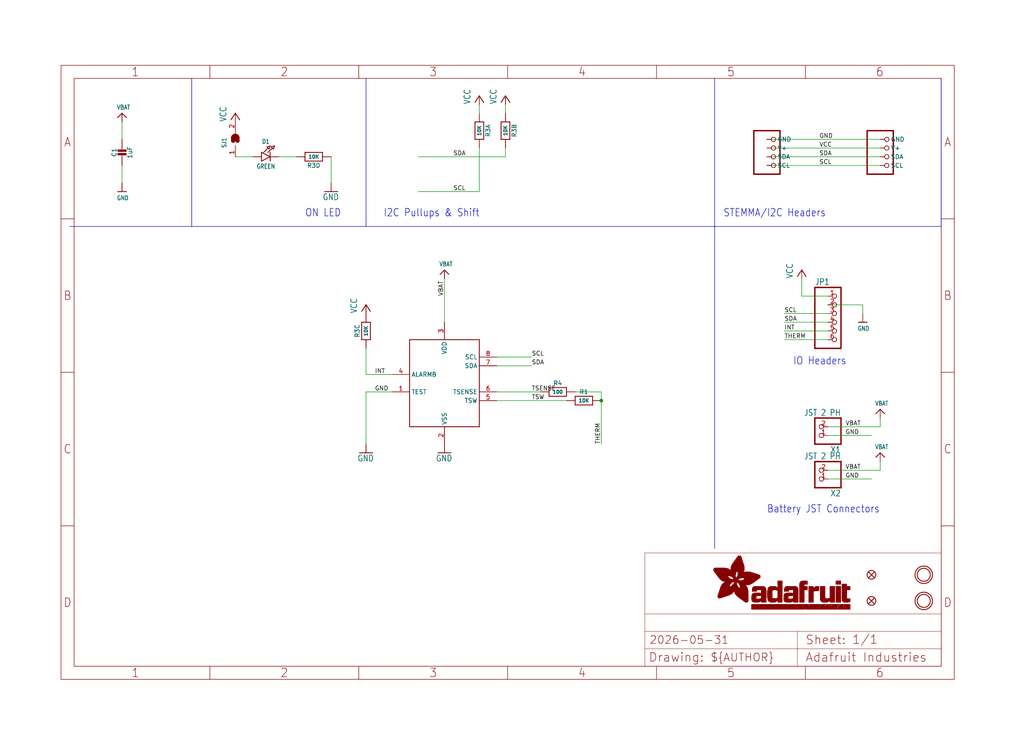
<source format=kicad_sch>
(kicad_sch (version 20230121) (generator eeschema)
  (paper "User" 298.45 217.322)
  (lib_symbols
    (symbol "working-eagle-import:CAP_CERAMIC0603_NO"
      (property "Reference" "C" (at -2.29 1.25 90))
      (symbol "CAP_CERAMIC0603_NO_1_0"
        (pin passive line (at 0 5.08 270) (length 2.54) (name "1") (number "1"))
        (pin passive line (at 0 -2.54 90) (length 2.54) (name "2") (number "2"))
      )
    )
    (symbol "working-eagle-import:CON_JST_PH_2PIN_BATT"
      (property "Reference" "X" (at -6.35 5.715 0))
      (symbol "CON_JST_PH_2PIN_BATT_1_0"
        (pin passive inverted (at -2.54 2.54 0) (length 2.54) (name "1") (number "1"))
        (pin passive inverted (at -2.54 0 0) (length 2.54) (name "2") (number "2"))
      )
    )
    (symbol "working-eagle-import:FIDUCIAL_1MM")
    (symbol "working-eagle-import:FRAME_A4_ADAFRUIT"
      (symbol "FRAME_A4_ADAFRUIT_1_0"
        (text "${#}/${##}" (at 230.505 10.16 0) (effects (font (size 2.54 2.54)) (justify left bottom)))
        (text "${AUTHOR}" (at 189.23 5.08 0) (effects (font (size 2.286 2.286)) (justify left bottom)))
        (text "${CURRENT_DATE}" (at 171.45 10.16 0) (effects (font (size 2.286 2.286)) (justify left bottom)))
        (text "${PROJECTNAME}" (at 171.45 15.24 0) (effects (font (size 2.54 2.54)) (justify left bottom)))
        (text "1" (at 21.6958 1.905 0) (effects (font (size 2.54 2.286))))
        (text "1" (at 21.6958 177.165 0) (effects (font (size 2.54 2.286))))
        (text "2" (at 65.0875 1.905 0) (effects (font (size 2.54 2.286))))
        (text "2" (at 65.0875 177.165 0) (effects (font (size 2.54 2.286))))
        (text "3" (at 108.4792 1.905 0) (effects (font (size 2.54 2.286))))
        (text "3" (at 108.4792 177.165 0) (effects (font (size 2.54 2.286))))
        (text "4" (at 151.8708 1.905 0) (effects (font (size 2.54 2.286))))
        (text "4" (at 151.8708 177.165 0) (effects (font (size 2.54 2.286))))
        (text "5" (at 195.2625 1.905 0) (effects (font (size 2.54 2.286))))
        (text "5" (at 195.2625 177.165 0) (effects (font (size 2.54 2.286))))
        (text "6" (at 238.6542 1.905 0) (effects (font (size 2.54 2.286))))
        (text "6" (at 238.6542 177.165 0) (effects (font (size 2.54 2.286))))
        (text "A" (at 1.905 156.6863 0) (effects (font (size 2.54 2.286))))
        (text "A" (at 258.445 156.6863 0) (effects (font (size 2.54 2.286))))
        (text "Adafruit Industries" (at 216.916 4.953 0) (effects (font (size 2.54 2.54)) (justify left bottom)))
        (text "B" (at 1.905 111.9188 0) (effects (font (size 2.54 2.286))))
        (text "B" (at 258.445 111.9188 0) (effects (font (size 2.54 2.286))))
        (text "C" (at 1.905 67.1513 0) (effects (font (size 2.54 2.286))))
        (text "C" (at 258.445 67.1513 0) (effects (font (size 2.54 2.286))))
        (text "D" (at 1.905 22.3838 0) (effects (font (size 2.54 2.286))))
        (text "D" (at 258.445 22.3838 0) (effects (font (size 2.54 2.286))))
        (text "Drawing:" (at 171.196 4.953 0) (effects (font (size 2.54 2.54)) (justify left bottom)))
        (text "Sheet:" (at 216.916 10.033 0) (effects (font (size 2.54 2.54)) (justify left bottom)))
      )
    )
    (symbol "working-eagle-import:GND" (power)
      (property "Value" "GND" (at -1.524 -2.54 0))
      (symbol "GND_1_0"
        (pin power_in line (at 0 2.54 270) (length 2.54) (name "GND") (number "1"))
      )
    )
    (symbol "working-eagle-import:HEADER-1X670MIL"
      (property "Reference" "JP" (at -6.35 10.795 0))
      (symbol "HEADER-1X670MIL_1_0"
        (pin passive inverted (at -2.54 7.62 0) (length 2.54) (name "1") (number "1"))
        (pin passive inverted (at -2.54 5.08 0) (length 2.54) (name "2") (number "2"))
        (pin passive inverted (at -2.54 2.54 0) (length 2.54) (name "3") (number "3"))
        (pin passive inverted (at -2.54 0 0) (length 2.54) (name "4") (number "4"))
        (pin passive inverted (at -2.54 -2.54 0) (length 2.54) (name "5") (number "5"))
        (pin passive inverted (at -2.54 -5.08 0) (length 2.54) (name "6") (number "6"))
      )
    )
    (symbol "working-eagle-import:LC709203F"
      (symbol "LC709203F_1_0"
        (pin bidirectional line (at -15.24 -5.08 0) (length 5.08) (name "TEST") (number "1"))
        (pin power_in line (at 0 -20.32 90) (length 5.08) (name "VSS") (number "2"))
        (pin power_in line (at 0 15.24 270) (length 5.08) (name "VDD") (number "3"))
        (pin output line (at -15.24 0 0) (length 5.08) (name "ALARMB") (number "4"))
        (pin input line (at 15.24 -7.62 180) (length 5.08) (name "TSW") (number "5"))
        (pin power_in line (at 15.24 -5.08 180) (length 5.08) (name "TSENSE") (number "6"))
        (pin bidirectional line (at 15.24 2.54 180) (length 5.08) (name "SDA") (number "7"))
        (pin bidirectional line (at 15.24 5.08 180) (length 5.08) (name "SCL") (number "8"))
      )
    )
    (symbol "working-eagle-import:LED0603_NOOUTLINE"
      (property "Reference" "D" (at -1.27 4.445 0))
      (symbol "LED0603_NOOUTLINE_1_0"
        (pin passive line (at -5.08 0 0) (length 2.54) (name "A") (number "A"))
        (pin passive line (at 2.54 0 180) (length 2.54) (name "C") (number "C"))
      )
    )
    (symbol "working-eagle-import:MOUNTINGHOLE2.5")
    (symbol "working-eagle-import:RESISTOR_0603_NOOUT"
      (property "Reference" "R" (at 0 2.54 0))
      (symbol "RESISTOR_0603_NOOUT_1_0"
        (pin passive line (at -5.08 0 0) (length 2.54) (name "1") (number "1"))
        (pin passive line (at 5.08 0 180) (length 2.54) (name "2") (number "2"))
      )
    )
    (symbol "working-eagle-import:RESISTOR_4PACK"
      (property "Reference" "R" (at 0 2.54 0))
      (symbol "RESISTOR_4PACK_1_0"
        (pin passive line (at -5.08 0 0) (length 2.54) (name "1") (number "1"))
        (pin passive line (at 5.08 0 180) (length 2.54) (name "2") (number "8"))
      )
      (symbol "RESISTOR_4PACK_2_0"
        (pin passive line (at -5.08 0 0) (length 2.54) (name "1") (number "2"))
        (pin passive line (at 5.08 0 180) (length 2.54) (name "2") (number "7"))
      )
      (symbol "RESISTOR_4PACK_3_0"
        (pin passive line (at -5.08 0 0) (length 2.54) (name "1") (number "3"))
        (pin passive line (at 5.08 0 180) (length 2.54) (name "2") (number "6"))
      )
      (symbol "RESISTOR_4PACK_4_0"
        (pin passive line (at -5.08 0 0) (length 2.54) (name "1") (number "4"))
        (pin passive line (at 5.08 0 180) (length 2.54) (name "2") (number "5"))
      )
    )
    (symbol "working-eagle-import:SOLDERJUMPERCLOSED"
      (property "Reference" "SJ" (at -2.54 2.54 0))
      (symbol "SOLDERJUMPERCLOSED_1_0"
        (pin passive line (at -5.08 0 0) (length 2.54) (name "1") (number "1"))
        (pin passive line (at 5.08 0 180) (length 2.54) (name "2") (number "2"))
      )
    )
    (symbol "working-eagle-import:STEMMA_I2C_QT"
      (symbol "STEMMA_I2C_QT_1_0"
        (pin passive inverted (at 0 5.08 0) (length 2.54) (name "GND") (number "1"))
        (pin passive inverted (at 0 2.54 0) (length 2.54) (name "V+") (number "2"))
        (pin passive inverted (at 0 0 0) (length 2.54) (name "SDA") (number "3"))
        (pin passive inverted (at 0 -2.54 0) (length 2.54) (name "SCL") (number "4"))
      )
      (symbol "STEMMA_I2C_QT_2_0"
        (pin bidirectional line (at 0 0 0) (length 5.08) (name "MT") (number "MT1"))
      )
      (symbol "STEMMA_I2C_QT_3_0"
        (pin bidirectional line (at 0 0 0) (length 5.08) (name "MT") (number "MT2"))
      )
    )
    (symbol "working-eagle-import:VBAT" (power)
      (property "Value" "VBAT" (at -1.524 1.016 0))
      (symbol "VBAT_1_0"
        (pin power_in line (at 0 -2.54 90) (length 2.54) (name "VBAT") (number "1"))
      )
    )
    (symbol "working-eagle-import:VCC" (power)
      (property "Value" "VCC" (at -2.54 -2.54 90))
      (symbol "VCC_1_0"
        (pin power_in line (at 0 -2.54 90) (length 2.54) (name "VCC") (number "1"))
      )
    )
    (symbol "working-eagle-import:supply1_GND" (power)
      (property "Value" "supply1_GND" (at -2.54 -2.54 0))
      (symbol "supply1_GND_1_0"
        (pin power_in line (at 0 2.54 270) (length 2.54) (name "GND") (number "1"))
      )
    )
  )
  (junction (at 175.26 116.84))
  (wire (pts (xy 241.3 137.16) (xy 256.54 137.16)) (stroke (width 0.1524)))
  (wire (pts (xy 256.54 45.72) (xy 223.52 45.72)) (stroke (width 0.1524)))
  (wire (pts (xy 241.3 124.46) (xy 256.54 124.46)) (stroke (width 0.1524)))
  (wire (pts (xy 223.52 48.26) (xy 256.54 48.26)) (stroke (width 0.1524)))
  (polyline (pts (xy 20.32 66.04) (xy 55.88 66.04)) (stroke (width 0.1524) (type solid)))
  (polyline (pts (xy 55.88 22.86) (xy 55.88 66.04)) (stroke (width 0.1524) (type solid)))
  (wire (pts (xy 147.32 45.72) (xy 121.92 45.72)) (stroke (width 0.1524)))
  (wire (pts (xy 241.3 96.52) (xy 228.6 96.52)) (stroke (width 0.1524)))
  (polyline (pts (xy 208.28 22.86) (xy 208.28 66.04)) (stroke (width 0.1524) (type solid)))
  (wire (pts (xy 106.68 114.3) (xy 106.68 129.54)) (stroke (width 0.1524)))
  (wire (pts (xy 35.56 35.56) (xy 35.56 40.64)) (stroke (width 0.1524)))
  (wire (pts (xy 256.54 137.16) (xy 256.54 134.62)) (stroke (width 0.1524)))
  (wire (pts (xy 251.46 88.9) (xy 251.46 91.44)) (stroke (width 0.1524)))
  (wire (pts (xy 241.3 139.7) (xy 254 139.7)) (stroke (width 0.1524)))
  (wire (pts (xy 175.26 116.84) (xy 175.26 129.54)) (stroke (width 0.1524)))
  (wire (pts (xy 96.52 45.72) (xy 96.52 53.34)) (stroke (width 0.1524)))
  (wire (pts (xy 114.3 109.22) (xy 106.68 109.22)) (stroke (width 0.1524)))
  (wire (pts (xy 106.68 109.22) (xy 106.68 101.6)) (stroke (width 0.1524)))
  (wire (pts (xy 167.64 114.3) (xy 175.26 114.3)) (stroke (width 0.1524)))
  (polyline (pts (xy 106.68 22.86) (xy 106.68 66.04)) (stroke (width 0.1524) (type solid)))
  (wire (pts (xy 241.3 99.06) (xy 228.6 99.06)) (stroke (width 0.1524)))
  (wire (pts (xy 233.68 86.36) (xy 233.68 81.28)) (stroke (width 0.1524)))
  (wire (pts (xy 139.7 30.48) (xy 139.7 33.02)) (stroke (width 0.1524)))
  (polyline (pts (xy 55.88 66.04) (xy 106.68 66.04)) (stroke (width 0.1524) (type solid)))
  (wire (pts (xy 147.32 43.18) (xy 147.32 45.72)) (stroke (width 0.1524)))
  (wire (pts (xy 144.78 104.14) (xy 154.94 104.14)) (stroke (width 0.1524)))
  (wire (pts (xy 147.32 33.02) (xy 147.32 30.48)) (stroke (width 0.1524)))
  (wire (pts (xy 241.3 127) (xy 254 127)) (stroke (width 0.1524)))
  (wire (pts (xy 114.3 114.3) (xy 106.68 114.3)) (stroke (width 0.1524)))
  (polyline (pts (xy 208.28 66.04) (xy 274.32 66.04)) (stroke (width 0.1524) (type solid)))
  (wire (pts (xy 256.54 124.46) (xy 256.54 121.92)) (stroke (width 0.1524)))
  (polyline (pts (xy 274.32 22.86) (xy 274.32 66.04)) (stroke (width 0.1524) (type solid)))
  (wire (pts (xy 81.28 45.72) (xy 86.36 45.72)) (stroke (width 0.1524)))
  (wire (pts (xy 68.58 45.72) (xy 73.66 45.72)) (stroke (width 0.1524)))
  (wire (pts (xy 144.78 116.84) (xy 165.1 116.84)) (stroke (width 0.1524)))
  (wire (pts (xy 223.52 43.18) (xy 256.54 43.18)) (stroke (width 0.1524)))
  (wire (pts (xy 139.7 55.88) (xy 121.92 55.88)) (stroke (width 0.1524)))
  (wire (pts (xy 241.3 88.9) (xy 251.46 88.9)) (stroke (width 0.1524)))
  (wire (pts (xy 241.3 91.44) (xy 228.6 91.44)) (stroke (width 0.1524)))
  (wire (pts (xy 144.78 106.68) (xy 154.94 106.68)) (stroke (width 0.1524)))
  (wire (pts (xy 144.78 114.3) (xy 157.48 114.3)) (stroke (width 0.1524)))
  (wire (pts (xy 256.54 40.64) (xy 223.52 40.64)) (stroke (width 0.1524)))
  (wire (pts (xy 175.26 114.3) (xy 175.26 116.84)) (stroke (width 0.1524)))
  (wire (pts (xy 241.3 86.36) (xy 233.68 86.36)) (stroke (width 0.1524)))
  (wire (pts (xy 129.54 93.98) (xy 129.54 81.28)) (stroke (width 0.1524)))
  (wire (pts (xy 35.56 48.26) (xy 35.56 53.34)) (stroke (width 0.1524)))
  (wire (pts (xy 241.3 93.98) (xy 228.6 93.98)) (stroke (width 0.1524)))
  (polyline (pts (xy 208.28 66.04) (xy 208.28 160.02)) (stroke (width 0.1524) (type solid)))
  (polyline (pts (xy 106.68 66.04) (xy 208.28 66.04)) (stroke (width 0.1524) (type solid)))
  (wire (pts (xy 139.7 43.18) (xy 139.7 55.88)) (stroke (width 0.1524)))
  (text "STEMMA/I2C Headers" (at 210.82 63.5 0) (effects (font (size 2.1844 1.8567)) (justify left bottom)))
  (text "ON LED" (at 88.9 63.5 0) (effects (font (size 2.1844 1.8567)) (justify left bottom)))
  (text "I2C Pullups & Shift" (at 111.76 63.5 0) (effects (font (size 2.1844 1.8567)) (justify left bottom)))
  (text "Battery JST Connectors" (at 223.52 149.86 0) (effects (font (size 2.1844 1.8567)) (justify left bottom)))
  (text "IO Headers" (at 231.14 106.68 0) (effects (font (size 2.1844 1.8567)) (justify left bottom)))
  (label "THERM" (at 175.26 129.54 90) (effects (font (size 1.2446 1.2446))))
  (label "SDA" (at 154.94 106.68 0) (effects (font (size 1.2446 1.2446))))
  (label "INT" (at 109.22 109.22 0) (effects (font (size 1.2446 1.2446))))
  (label "GND" (at 109.22 114.3 0) (effects (font (size 1.2446 1.2446))))
  (label "SCL" (at 228.6 91.44 0) (effects (font (size 1.2446 1.2446))))
  (label "SCL" (at 132.08 55.88 0) (effects (font (size 1.2446 1.2446))))
  (label "VCC" (at 238.76 43.18 0) (effects (font (size 1.2446 1.2446))))
  (label "INT" (at 228.6 96.52 0) (effects (font (size 1.2446 1.2446))))
  (label "VBAT" (at 246.38 137.16 0) (effects (font (size 1.2446 1.2446))))
  (label "TSENSE" (at 154.94 114.3 0) (effects (font (size 1.2446 1.2446))))
  (label "SDA" (at 238.76 45.72 0) (effects (font (size 1.2446 1.2446))))
  (label "TSW" (at 154.94 116.84 0) (effects (font (size 1.2446 1.2446))))
  (label "SDA" (at 132.08 45.72 0) (effects (font (size 1.2446 1.2446))))
  (label "SDA" (at 228.6 93.98 0) (effects (font (size 1.2446 1.2446))))
  (label "VBAT" (at 246.38 124.46 0) (effects (font (size 1.2446 1.2446))))
  (label "GND" (at 238.76 40.64 0) (effects (font (size 1.2446 1.2446))))
  (label "VBAT" (at 129.54 86.36 90) (effects (font (size 1.2446 1.2446))))
  (label "GND" (at 246.38 127 0) (effects (font (size 1.2446 1.2446))))
  (label "SCL" (at 238.76 48.26 0) (effects (font (size 1.2446 1.2446))))
  (label "THERM" (at 228.6 99.06 0) (effects (font (size 1.2446 1.2446))))
  (label "SCL" (at 154.94 104.14 0) (effects (font (size 1.2446 1.2446))))
  (label "GND" (at 246.38 139.7 0) (effects (font (size 1.2446 1.2446))))
  (symbol (lib_id "working-eagle-import:FRAME_A4_ADAFRUIT") (at 17.78 198.12 0) (unit 1)
    (property "Reference" "#U$18" (effects hide))
    (property "Value" "FRAME_A4_ADAFRUIT" (effects hide))
  )
  (symbol (lib_id "working-eagle-import:VCC") (at 147.32 27.94 0) (unit 1)
    (property "Reference" "#P+2" (effects hide))
    (property "Value" "VCC" (at 144.78 30.48 90) (effects (font (size 1.778 1.5113)) (justify left bottom)))
  )
  (symbol (lib_id "working-eagle-import:LED0603_NOOUTLINE") (at 78.74 45.72 0) (unit 1)
    (property "Reference" "D1" (at 77.47 41.275 0) (effects (font (size 1.27 1.0795))))
    (property "Value" "GREEN" (at 77.47 48.514 0) (effects (font (size 1.27 1.0795))))
    (property "Footprint" "working:CHIPLED_0603_NOOUTLINE" (effects hide))
  )
  (symbol (lib_id "working-eagle-import:VCC") (at 106.68 88.9 0) (unit 1)
    (property "Reference" "#P+3" (effects hide))
    (property "Value" "VCC" (at 104.14 91.44 90) (effects (font (size 1.778 1.5113)) (justify left bottom)))
  )
  (symbol (lib_id "working-eagle-import:STEMMA_I2C_QT") (at 223.52 45.72 0) (unit 1)
    (property "Reference" "CONN3" (effects hide))
    (property "Value" "STEMMA_I2C_QT" (effects hide))
    (property "Footprint" "working:JST_SH4" (effects hide))
  )
  (symbol (lib_id "working-eagle-import:VBAT") (at 35.56 33.02 0) (unit 1)
    (property "Reference" "#U$2" (effects hide))
    (property "Value" "VBAT" (at 34.036 32.004 0) (effects (font (size 1.27 1.0795)) (justify left bottom)))
  )
  (symbol (lib_id "working-eagle-import:RESISTOR_4PACK") (at 91.44 45.72 180) (unit 4)
    (property "Reference" "R3" (at 91.44 48.26 0))
    (property "Value" "10K" (at 91.44 45.72 0) (effects (font (size 1.016 1.016) bold)))
    (property "Footprint" "working:RESPACK_4X0603" (effects hide))
  )
  (symbol (lib_id "working-eagle-import:MOUNTINGHOLE2.5") (at 269.24 175.26 0) (unit 1)
    (property "Reference" "U$21" (effects hide))
    (property "Value" "MOUNTINGHOLE2.5" (effects hide))
    (property "Footprint" "working:MOUNTINGHOLE_2.5_PLATED" (effects hide))
  )
  (symbol (lib_id "working-eagle-import:RESISTOR_4PACK") (at 147.32 38.1 270) (unit 2)
    (property "Reference" "R3" (at 149.86 38.1 0))
    (property "Value" "10K" (at 147.32 38.1 0) (effects (font (size 1.016 1.016) bold)))
    (property "Footprint" "working:RESPACK_4X0603" (effects hide))
  )
  (symbol (lib_id "working-eagle-import:RESISTOR_4PACK") (at 106.68 96.52 90) (unit 3)
    (property "Reference" "R3" (at 104.14 96.52 0))
    (property "Value" "10K" (at 106.68 96.52 0) (effects (font (size 1.016 1.016) bold)))
    (property "Footprint" "working:RESPACK_4X0603" (effects hide))
  )
  (symbol (lib_id "working-eagle-import:CAP_CERAMIC0603_NO") (at 35.56 45.72 0) (unit 1)
    (property "Reference" "C1" (at 33.27 44.47 90))
    (property "Value" "1uF" (at 37.86 44.47 90))
    (property "Footprint" "working:0603-NO" (effects hide))
  )
  (symbol (lib_id "working-eagle-import:CON_JST_PH_2PIN_BATT") (at 238.76 124.46 180) (unit 1)
    (property "Reference" "X1" (at 245.11 130.175 0) (effects (font (size 1.778 1.5113)) (justify left bottom)))
    (property "Value" "JST 2 PH" (at 245.11 119.38 0) (effects (font (size 1.778 1.5113)) (justify left bottom)))
    (property "Footprint" "working:JSTPH2_BATT" (effects hide))
  )
  (symbol (lib_id "working-eagle-import:FIDUCIAL_1MM") (at 254 175.26 0) (unit 1)
    (property "Reference" "FID3" (effects hide))
    (property "Value" "FIDUCIAL_1MM" (effects hide))
    (property "Footprint" "working:FIDUCIAL_1MM" (effects hide))
  )
  (symbol (lib_id "working-eagle-import:GND") (at 251.46 93.98 0) (unit 1)
    (property "Reference" "#U$10" (effects hide))
    (property "Value" "GND" (at 249.936 96.52 0) (effects (font (size 1.27 1.0795)) (justify left bottom)))
  )
  (symbol (lib_id "working-eagle-import:STEMMA_I2C_QT") (at 256.54 45.72 0) (unit 1)
    (property "Reference" "CONN4" (effects hide))
    (property "Value" "STEMMA_I2C_QT" (effects hide))
    (property "Footprint" "working:JST_SH4" (effects hide))
  )
  (symbol (lib_id "working-eagle-import:VCC") (at 139.7 27.94 0) (unit 1)
    (property "Reference" "#P+1" (effects hide))
    (property "Value" "VCC" (at 137.16 30.48 90) (effects (font (size 1.778 1.5113)) (justify left bottom)))
  )
  (symbol (lib_id "working-eagle-import:supply1_GND") (at 96.52 55.88 0) (unit 1)
    (property "Reference" "#GND6" (effects hide))
    (property "Value" "GND" (at 93.98 58.42 0) (effects (font (size 1.778 1.5113)) (justify left bottom)))
  )
  (symbol (lib_id "working-eagle-import:supply1_GND") (at 106.68 132.08 0) (unit 1)
    (property "Reference" "#GND3" (effects hide))
    (property "Value" "GND" (at 104.14 134.62 0) (effects (font (size 1.778 1.5113)) (justify left bottom)))
  )
  (symbol (lib_id "working-eagle-import:supply1_GND") (at 129.54 132.08 0) (unit 1)
    (property "Reference" "#GND1" (effects hide))
    (property "Value" "GND" (at 127 134.62 0) (effects (font (size 1.778 1.5113)) (justify left bottom)))
  )
  (symbol (lib_id "working-eagle-import:VBAT") (at 256.54 132.08 0) (unit 1)
    (property "Reference" "#U$4" (effects hide))
    (property "Value" "VBAT" (at 255.016 131.064 0) (effects (font (size 1.27 1.0795)) (justify left bottom)))
  )
  (symbol (lib_id "working-eagle-import:CON_JST_PH_2PIN_BATT") (at 238.76 137.16 180) (unit 1)
    (property "Reference" "X2" (at 245.11 142.875 0) (effects (font (size 1.778 1.5113)) (justify left bottom)))
    (property "Value" "JST 2 PH" (at 245.11 132.08 0) (effects (font (size 1.778 1.5113)) (justify left bottom)))
    (property "Footprint" "working:JSTPH2_BATT" (effects hide))
  )
  (symbol (lib_id "working-eagle-import:VCC") (at 68.58 33.02 0) (unit 1)
    (property "Reference" "#P+6" (effects hide))
    (property "Value" "VCC" (at 66.04 35.56 90) (effects (font (size 1.778 1.5113)) (justify left bottom)))
  )
  (symbol (lib_id "working-eagle-import:FIDUCIAL_1MM") (at 254 167.64 0) (unit 1)
    (property "Reference" "FID4" (effects hide))
    (property "Value" "FIDUCIAL_1MM" (effects hide))
    (property "Footprint" "working:FIDUCIAL_1MM" (effects hide))
  )
  (symbol (lib_id "working-eagle-import:VBAT") (at 129.54 78.74 0) (unit 1)
    (property "Reference" "#U$1" (effects hide))
    (property "Value" "VBAT" (at 128.016 77.724 0) (effects (font (size 1.27 1.0795)) (justify left bottom)))
  )
  (symbol (lib_id "working-eagle-import:SOLDERJUMPERCLOSED") (at 68.58 40.64 90) (unit 1)
    (property "Reference" "SJ1" (at 66.04 43.18 0) (effects (font (size 1.27 1.0795)) (justify left bottom)))
    (property "Value" "SOLDERJUMPERCLOSED" (effects hide))
    (property "Footprint" "working:SOLDERJUMPER_CLOSEDWIRE" (effects hide))
  )
  (symbol (lib_id "working-eagle-import:VBAT") (at 256.54 119.38 0) (unit 1)
    (property "Reference" "#U$3" (effects hide))
    (property "Value" "VBAT" (at 255.016 118.364 0) (effects (font (size 1.27 1.0795)) (justify left bottom)))
  )
  (symbol (lib_id "working-eagle-import:RESISTOR_4PACK") (at 139.7 38.1 270) (unit 1)
    (property "Reference" "R3" (at 142.24 38.1 0))
    (property "Value" "10K" (at 139.7 38.1 0) (effects (font (size 1.016 1.016) bold)))
    (property "Footprint" "working:RESPACK_4X0603" (effects hide))
  )
  (symbol (lib_id "working-eagle-import:LC709203F") (at 129.54 109.22 0) (unit 1)
    (property "Reference" "IC1" (effects hide))
    (property "Value" "LC709203F" (effects hide))
    (property "Footprint" "working:WDFN8_3X4_0.65" (effects hide))
  )
  (symbol (lib_id "working-eagle-import:RESISTOR_0603_NOOUT") (at 162.56 114.3 0) (unit 1)
    (property "Reference" "R4" (at 162.56 111.76 0))
    (property "Value" "100" (at 162.56 114.3 0) (effects (font (size 1.016 1.016) bold)))
    (property "Footprint" "working:0603-NO" (effects hide))
  )
  (symbol (lib_id "working-eagle-import:VCC") (at 233.68 78.74 0) (unit 1)
    (property "Reference" "#P+4" (effects hide))
    (property "Value" "VCC" (at 231.14 81.28 90) (effects (font (size 1.778 1.5113)) (justify left bottom)))
  )
  (symbol (lib_id "working-eagle-import:RESISTOR_0603_NOOUT") (at 170.18 116.84 0) (unit 1)
    (property "Reference" "R1" (at 170.18 114.3 0))
    (property "Value" "10K" (at 170.18 116.84 0) (effects (font (size 1.016 1.016) bold)))
    (property "Footprint" "working:0603-NO" (effects hide))
  )
  (symbol (lib_id "working-eagle-import:GND") (at 35.56 55.88 0) (unit 1)
    (property "Reference" "#U$6" (effects hide))
    (property "Value" "GND" (at 34.036 58.42 0) (effects (font (size 1.27 1.0795)) (justify left bottom)))
  )
  (symbol (lib_id "working-eagle-import:HEADER-1X670MIL") (at 243.84 93.98 0) (unit 1)
    (property "Reference" "JP1" (at 237.49 83.185 0) (effects (font (size 1.778 1.5113)) (justify left bottom)))
    (property "Value" "HEADER-1X670MIL" (effects hide))
    (property "Footprint" "working:1X06_ROUND_70" (effects hide))
  )
  (symbol (lib_id "working-eagle-import:MOUNTINGHOLE2.5") (at 269.24 167.64 0) (unit 1)
    (property "Reference" "U$19" (effects hide))
    (property "Value" "MOUNTINGHOLE2.5" (effects hide))
    (property "Footprint" "working:MOUNTINGHOLE_2.5_PLATED" (effects hide))
  )
)
</source>
